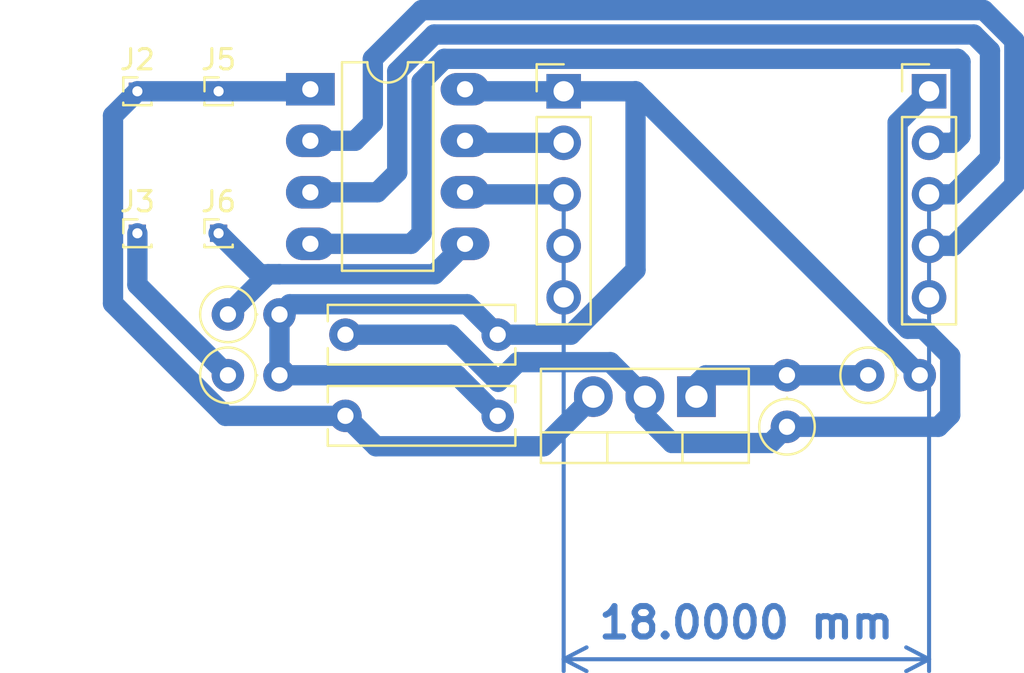
<source format=kicad_pcb>
(kicad_pcb (version 20221018) (generator pcbnew)
  (layers (0 "F.Cu" signal) (31 "B.Cu" signal) (34 "B.Paste" user) (35 "F.Paste" user) (36 "B.SilkS" user "B.Silkscreen") (37 "F.SilkS" user "F.Silkscreen") (38 "B.Mask" user) (39 "F.Mask" user) (44 "Edge.Cuts" user))
  (net 0 "")
  (net 1 "+5V")
  (net 2 "Earth")
  (net 3 "+3.3V")
  (net 6 "Net-(J3-Pin_1)")
  (net 8 "Net-(U2-ADJ)")
  (net 9 "CE")
  (net 10 "SCK")
  (net 11 "MISO")
  (net 12 "MOSI")
  (net 13 "CSN")
  (net 14 "INPUT")
  (footprint "Connector_PinHeader_1.00mm:PinHeader_1x01_P1.00mm_Vertical" (layer "F.Cu") (at 133 86)
    (fp_text reference "J6" (at 0 -1.56) (layer "F.SilkS"))
    (fp_text value "Conn_01x01_Male")
    (fp_line (start -0.695 -0.685) (end 0 -0.685) (stroke (width 0.12)) (layer "F.SilkS"))
    (fp_line (start -0.695 0) (end -0.695 -0.685) (stroke (width 0.12)) (layer "F.SilkS"))
    (fp_line (start -0.695 0.685) (end -0.695 0.56) (stroke (width 0.12)) (layer "F.SilkS"))
    (fp_line (start -0.695 0.685) (end -0.608276 0.685) (stroke (width 0.12)) (layer "F.SilkS"))
    (fp_line (start -0.695 0.685) (end 0.695 0.685) (stroke (width 0.12)) (layer "F.SilkS"))
    (fp_line (start 0.608276 0.685) (end 0.695 0.685) (stroke (width 0.12)) (layer "F.SilkS"))
    (fp_line (start 0.695 0.685) (end 0.695 0.56) (stroke (width 0.12)) (layer "F.SilkS"))
    (pad "1" thru_hole rect (at 0 0) (size 0.85 0.85) (drill 0.5) (layers "*.Cu" "*.Mask") (net 14 "INPUT"))
  )
  (footprint "Connector_PinHeader_1.00mm:PinHeader_1x01_P1.00mm_Vertical" (layer "F.Cu") (at 129 86)
    (fp_text reference "J3" (at 0 -1.56) (layer "F.SilkS"))
    (fp_text value "Conn_01x01_Male")
    (fp_line (start -0.695 -0.685) (end 0 -0.685) (stroke (width 0.12)) (layer "F.SilkS"))
    (fp_line (start -0.695 0) (end -0.695 -0.685) (stroke (width 0.12)) (layer "F.SilkS"))
    (fp_line (start -0.695 0.685) (end -0.695 0.56) (stroke (width 0.12)) (layer "F.SilkS"))
    (fp_line (start -0.695 0.685) (end -0.608276 0.685) (stroke (width 0.12)) (layer "F.SilkS"))
    (fp_line (start -0.695 0.685) (end 0.695 0.685) (stroke (width 0.12)) (layer "F.SilkS"))
    (fp_line (start 0.608276 0.685) (end 0.695 0.685) (stroke (width 0.12)) (layer "F.SilkS"))
    (fp_line (start 0.695 0.685) (end 0.695 0.56) (stroke (width 0.12)) (layer "F.SilkS"))
    (pad "1" thru_hole rect (at 0 0) (size 0.85 0.85) (drill 0.5) (layers "*.Cu" "*.Mask") (net 6 "Net-(J3-Pin_1)"))
  )
  (footprint "footprints otg:C_7.50mm" (layer "F.Cu") (at 139.25 95)
    (fp_text reference "C1" hide)
    (fp_text value "C 100 nf")
    (fp_line (start -0.87 -1.471) (end -0.87 -0.665) (stroke (width 0.12)) (layer "F.SilkS"))
    (fp_line (start -0.87 -1.471) (end 8.37 -1.471) (stroke (width 0.12)) (layer "F.SilkS"))
    (fp_line (start -0.87 0.665) (end -0.87 1.471) (stroke (width 0.12)) (layer "F.SilkS"))
    (fp_line (start -0.87 1.471) (end 8.37 1.471) (stroke (width 0.12)) (layer "F.SilkS"))
    (fp_line (start 8.37 -1.471) (end 8.37 -0.665) (stroke (width 0.12)) (layer "F.SilkS"))
    (fp_line (start 8.37 0.665) (end 8.37 1.471) (stroke (width 0.12)) (layer "F.SilkS"))
    (pad "1" thru_hole circle (at 0 0) (size 1.6 1.6) (drill 0.8) (layers "*.Cu" "*.Mask") (net 1 "+5V"))
    (pad "2" thru_hole circle (at 7.5 0) (size 1.6 1.6) (drill 0.8) (layers "*.Cu" "*.Mask") (net 2 "Earth"))
  )
  (footprint "footprints otg:1x05" (layer "F.Cu") (at 168 79)
    (fp_text reference "J4" hide)
    (fp_text value "Conn_01x05_Male")
    (fp_line (start -1.33 -1.33) (end 0 -1.33) (stroke (width 0.12)) (layer "F.SilkS"))
    (fp_line (start -1.33 0) (end -1.33 -1.33) (stroke (width 0.12)) (layer "F.SilkS"))
    (fp_line (start -1.33 1.27) (end -1.33 11.49) (stroke (width 0.12)) (layer "F.SilkS"))
    (fp_line (start -1.33 1.27) (end 1.33 1.27) (stroke (width 0.12)) (layer "F.SilkS"))
    (fp_line (start -1.33 11.49) (end 1.33 11.49) (stroke (width 0.12)) (layer "F.SilkS"))
    (fp_line (start 1.33 1.27) (end 1.33 11.49) (stroke (width 0.12)) (layer "F.SilkS"))
    (pad "1" thru_hole rect (at 0 0) (size 1.7 1.7) (drill 1) (layers "*.Cu" "*.Mask") (net 3 "+3.3V"))
    (pad "2" thru_hole oval (at 0 2.54) (size 1.7 1.7) (drill 1) (layers "*.Cu" "*.Mask") (net 11 "MISO"))
    (pad "3" thru_hole oval (at 0 5.08) (size 1.7 1.7) (drill 1) (layers "*.Cu" "*.Mask") (net 12 "MOSI"))
    (pad "4" thru_hole oval (at 0 7.62) (size 1.7 1.7) (drill 1) (layers "*.Cu" "*.Mask") (net 13 "CSN"))
    (pad "5" thru_hole oval (at 0 10.16) (size 1.7 1.7) (drill 1) (layers "*.Cu" "*.Mask"))
  )
  (footprint "footprints otg:DIP-8" (layer "F.Cu") (at 137.52 78.9)
    (fp_text reference "U1" hide)
    (fp_text value "PIC12F675-IP")
    (fp_line (start 1.56 -1.33) (end 1.56 8.95) (stroke (width 0.12)) (layer "F.SilkS"))
    (fp_line (start 1.56 8.95) (end 6.06 8.95) (stroke (width 0.12)) (layer "F.SilkS"))
    (fp_line (start 2.81 -1.33) (end 1.56 -1.33) (stroke (width 0.12)) (layer "F.SilkS"))
    (fp_line (start 6.06 -1.33) (end 4.81 -1.33) (stroke (width 0.12)) (layer "F.SilkS"))
    (fp_line (start 6.06 8.95) (end 6.06 -1.33) (stroke (width 0.12)) (layer "F.SilkS"))
    (fp_arc (start 4.81 -1.33) (mid 3.81 -0.33) (end 2.81 -1.33) (stroke (width 0.12)) (layer "F.SilkS"))
    (pad "1" thru_hole rect (at 0 0) (size 2.4 1.6) (drill 0.8) (layers "*.Cu" "*.Mask") (net 1 "+5V"))
    (pad "2" thru_hole oval (at 0 2.54) (size 2.4 1.6) (drill 0.8) (layers "*.Cu" "*.Mask") (net 13 "CSN"))
    (pad "3" thru_hole oval (at 0 5.08) (size 2.4 1.6) (drill 0.8) (layers "*.Cu" "*.Mask") (net 12 "MOSI"))
    (pad "4" thru_hole oval (at 0 7.62) (size 2.4 1.6) (drill 0.8) (layers "*.Cu" "*.Mask") (net 11 "MISO"))
    (pad "5" thru_hole oval (at 7.62 7.62) (size 2.4 1.6) (drill 0.8) (layers "*.Cu" "*.Mask") (net 14 "INPUT"))
    (pad "6" thru_hole oval (at 7.62 5.08) (size 2.4 1.6) (drill 0.8) (layers "*.Cu" "*.Mask") (net 10 "SCK"))
    (pad "7" thru_hole oval (at 7.62 2.54) (size 2.4 1.6) (drill 0.8) (layers "*.Cu" "*.Mask") (net 9 "CE"))
    (pad "8" thru_hole oval (at 7.62 0) (size 2.4 1.6) (drill 0.8) (layers "*.Cu" "*.Mask") (net 2 "Earth"))
  )
  (footprint "footprints otg:R_lodret" (layer "F.Cu") (at 165 93)
    (fp_text reference "R1" hide)
    (fp_text value "R 1k")
    (fp_line (start 1.37 0) (end 1.44 0) (stroke (width 0.12)) (layer "F.SilkS"))
    (fp_circle (center 0 0) (end 1.37 0) (stroke (width 0.12)) (fill none) (layer "F.SilkS"))
    (pad "1" thru_hole circle (at 0 0) (size 1.6 1.6) (drill 0.8) (layers "*.Cu" "*.Mask") (net 8 "Net-(U2-ADJ)"))
    (pad "2" thru_hole oval (at 2.54 0) (size 1.6 1.6) (drill 0.8) (layers "*.Cu" "*.Mask") (net 2 "Earth"))
  )
  (footprint "Connector_PinHeader_1.00mm:PinHeader_1x01_P1.00mm_Vertical" (layer "F.Cu") (at 133 79)
    (fp_text reference "J5" (at 0 -1.56) (layer "F.SilkS"))
    (fp_text value "Conn_01x01_Male")
    (fp_line (start -0.695 -0.685) (end 0 -0.685) (stroke (width 0.12)) (layer "F.SilkS"))
    (fp_line (start -0.695 0) (end -0.695 -0.685) (stroke (width 0.12)) (layer "F.SilkS"))
    (fp_line (start -0.695 0.685) (end -0.695 0.56) (stroke (width 0.12)) (layer "F.SilkS"))
    (fp_line (start -0.695 0.685) (end -0.608276 0.685) (stroke (width 0.12)) (layer "F.SilkS"))
    (fp_line (start -0.695 0.685) (end 0.695 0.685) (stroke (width 0.12)) (layer "F.SilkS"))
    (fp_line (start 0.608276 0.685) (end 0.695 0.685) (stroke (width 0.12)) (layer "F.SilkS"))
    (fp_line (start 0.695 0.685) (end 0.695 0.56) (stroke (width 0.12)) (layer "F.SilkS"))
    (pad "1" thru_hole rect (at 0 0) (size 0.85 0.85) (drill 0.5) (layers "*.Cu" "*.Mask") (net 1 "+5V"))
  )
  (footprint "footprints otg:R_lodret" (layer "F.Cu") (at 161 95.54 90)
    (fp_text reference "R3" hide)
    (fp_text value "R 680")
    (fp_line (start 1.37 0) (end 1.44 0) (stroke (width 0.12)) (layer "F.SilkS"))
    (fp_circle (center 0 0) (end 1.37 0) (stroke (width 0.12)) (fill none) (layer "F.SilkS"))
    (pad "1" thru_hole circle (at 0 0 90) (size 1.6 1.6) (drill 0.8) (layers "*.Cu" "*.Mask") (net 3 "+3.3V"))
    (pad "2" thru_hole oval (at 2.54 0 90) (size 1.6 1.6) (drill 0.8) (layers "*.Cu" "*.Mask") (net 8 "Net-(U2-ADJ)"))
  )
  (footprint "footprints otg:R_lodret" (layer "F.Cu") (at 133.46 93)
    (fp_text reference "R2" hide)
    (fp_text value "R 120")
    (fp_line (start 1.37 0) (end 1.44 0) (stroke (width 0.12)) (layer "F.SilkS"))
    (fp_circle (center 0 0) (end 1.37 0) (stroke (width 0.12)) (fill none) (layer "F.SilkS"))
    (pad "1" thru_hole circle (at 0 0) (size 1.6 1.6) (drill 0.8) (layers "*.Cu" "*.Mask") (net 6 "Net-(J3-Pin_1)"))
    (pad "2" thru_hole oval (at 2.54 0) (size 1.6 1.6) (drill 0.8) (layers "*.Cu" "*.Mask") (net 2 "Earth"))
  )
  (footprint "footprints otg:TO-220-lodret" (layer "F.Cu") (at 156.54 94.055 180)
    (fp_text reference "U2" hide)
    (fp_text value "LM317_TO-220")
    (fp_line (start -2.58 -3.27) (end -2.58 1.371) (stroke (width 0.12)) (layer "F.SilkS"))
    (fp_line (start -2.58 -3.27) (end 7.66 -3.27) (stroke (width 0.12)) (layer "F.SilkS"))
    (fp_line (start -2.58 -1.76) (end 7.66 -1.76) (stroke (width 0.12)) (layer "F.SilkS"))
    (fp_line (start -2.58 1.371) (end 7.66 1.371) (stroke (width 0.12)) (layer "F.SilkS"))
    (fp_line (start 0.69 -3.27) (end 0.69 -1.76) (stroke (width 0.12)) (layer "F.SilkS"))
    (fp_line (start 4.391 -3.27) (end 4.391 -1.76) (stroke (width 0.12)) (layer "F.SilkS"))
    (fp_line (start 7.66 -3.27) (end 7.66 1.371) (stroke (width 0.12)) (layer "F.SilkS"))
    (pad "1" thru_hole rect (at 0 0 180) (size 1.905 2) (drill 1.1) (layers "*.Cu" "*.Mask") (net 8 "Net-(U2-ADJ)"))
    (pad "2" thru_hole oval (at 2.54 0 180) (size 1.905 2) (drill 1.1) (layers "*.Cu" "*.Mask") (net 3 "+3.3V"))
    (pad "3" thru_hole oval (at 5.08 0 180) (size 1.905 2) (drill 1.1) (layers "*.Cu" "*.Mask") (net 1 "+5V"))
  )
  (footprint "footprints otg:C_7.50mm" (layer "F.Cu") (at 139.25 91)
    (fp_text reference "C2" hide)
    (fp_text value "C 22 uf")
    (fp_line (start -0.87 -1.471) (end -0.87 -0.665) (stroke (width 0.12)) (layer "F.SilkS"))
    (fp_line (start -0.87 -1.471) (end 8.37 -1.471) (stroke (width 0.12)) (layer "F.SilkS"))
    (fp_line (start -0.87 0.665) (end -0.87 1.471) (stroke (width 0.12)) (layer "F.SilkS"))
    (fp_line (start -0.87 1.471) (end 8.37 1.471) (stroke (width 0.12)) (layer "F.SilkS"))
    (fp_line (start 8.37 -1.471) (end 8.37 -0.665) (stroke (width 0.12)) (layer "F.SilkS"))
    (fp_line (start 8.37 0.665) (end 8.37 1.471) (stroke (width 0.12)) (layer "F.SilkS"))
    (pad "1" thru_hole circle (at 0 0) (size 1.6 1.6) (drill 0.8) (layers "*.Cu" "*.Mask") (net 3 "+3.3V"))
    (pad "2" thru_hole circle (at 7.5 0) (size 1.6 1.6) (drill 0.8) (layers "*.Cu" "*.Mask") (net 2 "Earth"))
  )
  (footprint "Connector_PinHeader_1.00mm:PinHeader_1x01_P1.00mm_Vertical" (layer "F.Cu") (at 129 79)
    (fp_text reference "J2" (at 0 -1.56) (layer "F.SilkS"))
    (fp_text value "Conn_01x01_Male")
    (fp_line (start -0.695 -0.685) (end 0 -0.685) (stroke (width 0.12)) (layer "F.SilkS"))
    (fp_line (start -0.695 0) (end -0.695 -0.685) (stroke (width 0.12)) (layer "F.SilkS"))
    (fp_line (start -0.695 0.685) (end -0.695 0.56) (stroke (width 0.12)) (layer "F.SilkS"))
    (fp_line (start -0.695 0.685) (end -0.608276 0.685) (stroke (width 0.12)) (layer "F.SilkS"))
    (fp_line (start -0.695 0.685) (end 0.695 0.685) (stroke (width 0.12)) (layer "F.SilkS"))
    (fp_line (start 0.608276 0.685) (end 0.695 0.685) (stroke (width 0.12)) (layer "F.SilkS"))
    (fp_line (start 0.695 0.685) (end 0.695 0.56) (stroke (width 0.12)) (layer "F.SilkS"))
    (pad "1" thru_hole rect (at 0 0) (size 0.85 0.85) (drill 0.5) (layers "*.Cu" "*.Mask") (net 1 "+5V"))
  )
  (footprint "footprints otg:R_lodret" (layer "F.Cu") (at 133.46 90)
    (fp_text reference "R4" hide)
    (fp_text value "R 10k")
    (fp_line (start 1.37 0) (end 1.44 0) (stroke (width 0.12)) (layer "F.SilkS"))
    (fp_circle (center 0 0) (end 1.37 0) (stroke (width 0.12)) (fill none) (layer "F.SilkS"))
    (pad "1" thru_hole circle (at 0 0) (size 1.6 1.6) (drill 0.8) (layers "*.Cu" "*.Mask") (net 14 "INPUT"))
    (pad "2" thru_hole oval (at 2.54 0) (size 1.6 1.6) (drill 0.8) (layers "*.Cu" "*.Mask") (net 2 "Earth"))
  )
  (footprint "footprints otg:1x05" (layer "F.Cu") (at 150 79)
    (fp_text reference "J1" hide)
    (fp_text value "Conn_01x05_Male")
    (fp_line (start -1.33 -1.33) (end 0 -1.33) (stroke (width 0.12)) (layer "F.SilkS"))
    (fp_line (start -1.33 0) (end -1.33 -1.33) (stroke (width 0.12)) (layer "F.SilkS"))
    (fp_line (start -1.33 1.27) (end -1.33 11.49) (stroke (width 0.12)) (layer "F.SilkS"))
    (fp_line (start -1.33 1.27) (end 1.33 1.27) (stroke (width 0.12)) (layer "F.SilkS"))
    (fp_line (start -1.33 11.49) (end 1.33 11.49) (stroke (width 0.12)) (layer "F.SilkS"))
    (fp_line (start 1.33 1.27) (end 1.33 11.49) (stroke (width 0.12)) (layer "F.SilkS"))
    (pad "1" thru_hole rect (at 0 0) (size 1.7 1.7) (drill 1) (layers "*.Cu" "*.Mask") (net 2 "Earth"))
    (pad "2" thru_hole oval (at 0 2.54) (size 1.7 1.7) (drill 1) (layers "*.Cu" "*.Mask") (net 9 "CE"))
    (pad "3" thru_hole oval (at 0 5.08) (size 1.7 1.7) (drill 1) (layers "*.Cu" "*.Mask") (net 10 "SCK"))
    (pad "4" thru_hole oval (at 0 7.62) (size 1.7 1.7) (drill 1) (layers "*.Cu" "*.Mask"))
    (pad "5" thru_hole oval (at 0 10.16) (size 1.7 1.7) (drill 1) (layers "*.Cu" "*.Mask"))
  )
  (dimension (type aligned) (layer "B.Cu") (pts (xy 150 84.075) (xy 168 84.075)) (height 22.925) (gr_text "18.0000 mm" (at 159 105.2) (layer "B.Cu") (effects (font (size 1.5 1.5) (thickness 0.3)))) (format (prefix "") (suffix "") (units 3) (units_format 1) (precision 4)) (style (thickness 0.2) (arrow_length 1.27) (text_position_mode 0) (extension_height 0.58642) (extension_offset 0.5) keep_text_aligned))
  (segment (start 133.338679 95) (end 127.8 89.461321) (width 1) (layer "B.Cu") (net 1))
  (segment (start 137.42 79) (end 137.52 78.9) (width 1) (layer "B.Cu") (net 1))
  (segment (start 149.015 96.5) (end 151.46 94.055) (width 1) (layer "B.Cu") (net 1))
  (segment (start 139.25 95) (end 133.338679 95) (width 1) (layer "B.Cu") (net 1))
  (segment (start 140.75 96.5) (end 149.015 96.5) (width 1) (layer "B.Cu") (net 1))
  (segment (start 133 79) (end 129 79) (width 1) (layer "B.Cu") (net 1))
  (segment (start 129 79) (end 127.8 80.2) (width 1) (layer "B.Cu") (net 1))
  (segment (start 133 79) (end 137.42 79) (width 1) (layer "B.Cu") (net 1))
  (segment (start 127.8 89.461321) (end 127.8 80.2) (width 1) (layer "B.Cu") (net 1))
  (segment (start 139.25 95) (end 140.75 96.5) (width 1) (layer "B.Cu") (net 1))
  (segment (start 136 90) (end 136 93) (width 1) (layer "B.Cu") (net 2))
  (segment (start 153.54 87.812032) (end 150.352032 91) (width 1) (layer "B.Cu") (net 2))
  (segment (start 146.75 91) (end 145.25 89.5) (width 1) (layer "B.Cu") (net 2))
  (segment (start 150.352032 91) (end 146.75 91) (width 1) (layer "B.Cu") (net 2))
  (segment (start 136.5 89.5) (end 136 90) (width 1) (layer "B.Cu") (net 2))
  (segment (start 153.54 87.812032) (end 153.54 79) (width 1) (layer "B.Cu") (net 2))
  (segment (start 150 79) (end 153.54 79) (width 1) (layer "B.Cu") (net 2))
  (segment (start 153.54 79) (end 167.54 93) (width 1) (layer "B.Cu") (net 2))
  (segment (start 150 79) (end 145.24 79) (width 1) (layer "B.Cu") (net 2))
  (segment (start 144.75 93) (end 136 93) (width 1) (layer "B.Cu") (net 2))
  (segment (start 145.25 89.5) (end 136.5 89.5) (width 1) (layer "B.Cu") (net 2))
  (segment (start 145.24 79) (end 145.14 78.9) (width 1) (layer "B.Cu") (net 2))
  (segment (start 144.75 93) (end 146.75 95) (width 1) (layer "B.Cu") (net 2))
  (segment (start 168.46 95.54) (end 161 95.54) (width 1) (layer "B.Cu") (net 3))
  (segment (start 154 94.055) (end 154 95) (width 1) (layer "B.Cu") (net 3))
  (segment (start 154 95) (end 155.339999 96.339999) (width 1) (layer "B.Cu") (net 3))
  (segment (start 146.770068 93.323012) (end 147.73808 92.355) (width 1) (layer "B.Cu") (net 3))
  (segment (start 160.200001 96.339999) (end 161 95.54) (width 1) (layer "B.Cu") (net 3))
  (segment (start 167.71 90.71) (end 169.04 92.04) (width 1) (layer "B.Cu") (net 3))
  (segment (start 155.339999 96.339999) (end 160.200001 96.339999) (width 1) (layer "B.Cu") (net 3))
  (segment (start 166.45 80.55) (end 166.45 90.212944) (width 1) (layer "B.Cu") (net 3))
  (segment (start 169.04 94.96) (end 168.46 95.54) (width 1) (layer "B.Cu") (net 3))
  (segment (start 144.447056 91) (end 146.770068 93.323012) (width 1) (layer "B.Cu") (net 3))
  (segment (start 139.25 91) (end 144.447056 91) (width 1) (layer "B.Cu") (net 3))
  (segment (start 152.3 92.355) (end 154 94.055) (width 1) (layer "B.Cu") (net 3))
  (segment (start 147.73808 92.355) (end 152.3 92.355) (width 1) (layer "B.Cu") (net 3))
  (segment (start 168 79) (end 166.45 80.55) (width 1) (layer "B.Cu") (net 3))
  (segment (start 169.04 92.04) (end 169.04 94.96) (width 1) (layer "B.Cu") (net 3))
  (segment (start 166.947056 90.71) (end 167.71 90.71) (width 1) (layer "B.Cu") (net 3))
  (segment (start 166.45 90.212944) (end 166.947056 90.71) (width 1) (layer "B.Cu") (net 3))
  (segment (start 133.46 93) (end 129 88.54) (width 1) (layer "B.Cu") (net 6))
  (segment (start 129 86) (end 129 88.54) (width 1) (layer "B.Cu") (net 6))
  (segment (start 156.54 94.055) (end 156.54 93.46) (width 1) (layer "B.Cu") (net 8))
  (segment (start 156.54 93.46) (end 157 93) (width 1) (layer "B.Cu") (net 8))
  (segment (start 161 93) (end 165 93) (width 1) (layer "B.Cu") (net 8))
  (segment (start 157 93) (end 161 93) (width 1) (layer "B.Cu") (net 8))
  (segment (start 150 81.54) (end 145.24 81.54) (width 1) (layer "B.Cu") (net 9))
  (segment (start 145.24 81.54) (end 145.14 81.44) (width 1) (layer "B.Cu") (net 9))
  (segment (start 150 84.08) (end 145.24 84.08) (width 1) (layer "B.Cu") (net 10))
  (segment (start 145.24 84.08) (end 145.14 83.98) (width 1) (layer "B.Cu") (net 10))
  (segment (start 169.55 77.55) (end 169.4 77.4) (width 1) (layer "B.Cu") (net 11))
  (segment (start 142.48 86.52) (end 137.52 86.52) (width 1) (layer "B.Cu") (net 11))
  (segment (start 143 86) (end 142.48 86.52) (width 1) (layer "B.Cu") (net 11))
  (segment (start 169.4 77.4) (end 144.11868 77.4) (width 1) (layer "B.Cu") (net 11))
  (segment (start 169.202081 81.54) (end 169.55 81.192081) (width 1) (layer "B.Cu") (net 11))
  (segment (start 168 81.54) (end 169.202081 81.54) (width 1) (layer "B.Cu") (net 11))
  (segment (start 143 78.51868) (end 143 86) (width 1) (layer "B.Cu") (net 11))
  (segment (start 169.55 81.192081) (end 169.55 77.55) (width 1) (layer "B.Cu") (net 11))
  (segment (start 144.11868 77.4) (end 143 78.51868) (width 1) (layer "B.Cu") (net 11))
  (segment (start 141.8 83) (end 140.82 83.98) (width 1) (layer "B.Cu") (net 12))
  (segment (start 170.2 76.2) (end 171 77) (width 1) (layer "B.Cu") (net 12))
  (segment (start 143.621624 76.2) (end 170.2 76.2) (width 1) (layer "B.Cu") (net 12))
  (segment (start 140.82 83.98) (end 137.52 83.98) (width 1) (layer "B.Cu") (net 12))
  (segment (start 168 84.08) (end 169.202081 84.08) (width 1) (layer "B.Cu") (net 12))
  (segment (start 169.202081 84.08) (end 171 82.282081) (width 1) (layer "B.Cu") (net 12))
  (segment (start 141.8 78.021624) (end 141.8 83) (width 1) (layer "B.Cu") (net 12))
  (segment (start 141.8 78.021624) (end 143.621624 76.2) (width 1) (layer "B.Cu") (net 12))
  (segment (start 171 82.282081) (end 171 77) (width 1) (layer "B.Cu") (net 12))
  (segment (start 170.697056 75) (end 143 75) (width 1) (layer "B.Cu") (net 13))
  (segment (start 172.2 83.622081) (end 172.2 76.502944) (width 1) (layer "B.Cu") (net 13))
  (segment (start 140.6 80.56) (end 139.72 81.44) (width 1) (layer "B.Cu") (net 13))
  (segment (start 143 75) (end 140.6 77.4) (width 1) (layer "B.Cu") (net 13))
  (segment (start 140.6 77.4) (end 140.6 80.56) (width 1) (layer "B.Cu") (net 13))
  (segment (start 139.72 81.44) (end 137.52 81.44) (width 1) (layer "B.Cu") (net 13))
  (segment (start 172.2 76.502944) (end 170.697056 75) (width 1) (layer "B.Cu") (net 13))
  (segment (start 168 86.62) (end 169.202081 86.62) (width 1) (layer "B.Cu") (net 13))
  (segment (start 169.202081 86.62) (end 172.2 83.622081) (width 1) (layer "B.Cu") (net 13))
  (segment (start 143.64 88.02) (end 145.14 86.52) (width 1) (layer "B.Cu") (net 14))
  (segment (start 135.02 88.02) (end 133 86) (width 1) (layer "B.Cu") (net 14))
  (segment (start 136 88.02) (end 143.64 88.02) (width 1) (layer "B.Cu") (net 14))
  (segment (start 135.44 88.02) (end 136 88.02) (width 1) (layer "B.Cu") (net 14))
  (segment (start 135.02 88.02) (end 136 88.02) (width 1) (layer "B.Cu") (net 14))
  (segment (start 133.46 90) (end 135.44 88.02) (width 1) (layer "B.Cu") (net 14))
)
</source>
